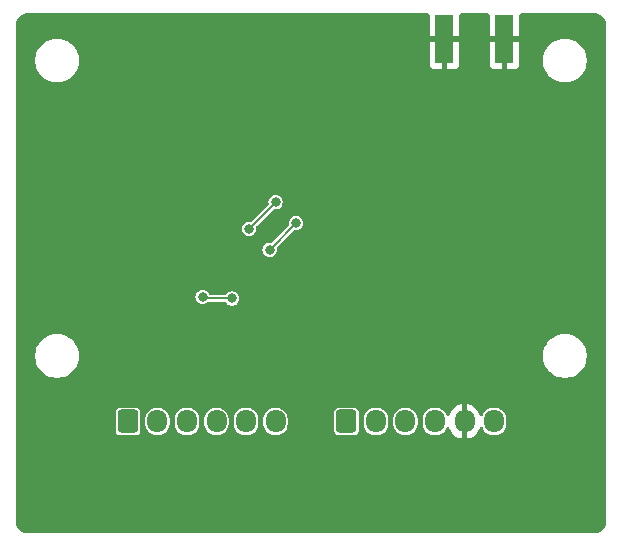
<source format=gbl>
%TF.GenerationSoftware,KiCad,Pcbnew,8.0.8*%
%TF.CreationDate,2025-04-18T09:22:24-04:00*%
%TF.ProjectId,RF4463F30-test-board,52463434-3633-4463-9330-2d746573742d,rev?*%
%TF.SameCoordinates,Original*%
%TF.FileFunction,Copper,L2,Bot*%
%TF.FilePolarity,Positive*%
%FSLAX46Y46*%
G04 Gerber Fmt 4.6, Leading zero omitted, Abs format (unit mm)*
G04 Created by KiCad (PCBNEW 8.0.8) date 2025-04-18 09:22:24*
%MOMM*%
%LPD*%
G01*
G04 APERTURE LIST*
G04 Aperture macros list*
%AMRoundRect*
0 Rectangle with rounded corners*
0 $1 Rounding radius*
0 $2 $3 $4 $5 $6 $7 $8 $9 X,Y pos of 4 corners*
0 Add a 4 corners polygon primitive as box body*
4,1,4,$2,$3,$4,$5,$6,$7,$8,$9,$2,$3,0*
0 Add four circle primitives for the rounded corners*
1,1,$1+$1,$2,$3*
1,1,$1+$1,$4,$5*
1,1,$1+$1,$6,$7*
1,1,$1+$1,$8,$9*
0 Add four rect primitives between the rounded corners*
20,1,$1+$1,$2,$3,$4,$5,0*
20,1,$1+$1,$4,$5,$6,$7,0*
20,1,$1+$1,$6,$7,$8,$9,0*
20,1,$1+$1,$8,$9,$2,$3,0*%
G04 Aperture macros list end*
%TA.AperFunction,ComponentPad*%
%ADD10RoundRect,0.250000X-0.600000X-0.725000X0.600000X-0.725000X0.600000X0.725000X-0.600000X0.725000X0*%
%TD*%
%TA.AperFunction,ComponentPad*%
%ADD11O,1.700000X1.950000*%
%TD*%
%TA.AperFunction,SMDPad,CuDef*%
%ADD12R,1.524000X4.064000*%
%TD*%
%TA.AperFunction,ViaPad*%
%ADD13C,0.800000*%
%TD*%
%TA.AperFunction,Conductor*%
%ADD14C,0.152400*%
%TD*%
G04 APERTURE END LIST*
D10*
%TO.P,J1,1,Pin_1*%
%TO.N,CS*%
X164500000Y-108550000D03*
D11*
%TO.P,J1,2,Pin_2*%
%TO.N,MOSI*%
X167000000Y-108550000D03*
%TO.P,J1,3,Pin_3*%
%TO.N,MISO*%
X169500000Y-108550000D03*
%TO.P,J1,4,Pin_4*%
%TO.N,SCK*%
X172000000Y-108550000D03*
%TO.P,J1,5,Pin_5*%
%TO.N,GND*%
X174500000Y-108550000D03*
%TO.P,J1,6,Pin_6*%
%TO.N,VIN*%
X177000000Y-108550000D03*
%TD*%
D10*
%TO.P,J2,1,Pin_1*%
%TO.N,SDN*%
X146000000Y-108550000D03*
D11*
%TO.P,J2,2,Pin_2*%
%TO.N,unconnected-(J2-Pin_2-Pad2)*%
X148500000Y-108550000D03*
%TO.P,J2,3,Pin_3*%
%TO.N,unconnected-(J2-Pin_3-Pad3)*%
X151000000Y-108550000D03*
%TO.P,J2,4,Pin_4*%
%TO.N,GPIO1*%
X153500000Y-108550000D03*
%TO.P,J2,5,Pin_5*%
%TO.N,GPIO0*%
X156000000Y-108550000D03*
%TO.P,J2,6,Pin_6*%
%TO.N,IRQ*%
X158500000Y-108550000D03*
%TD*%
D12*
%TO.P,ANT1,2,Ext*%
%TO.N,GND*%
X177880000Y-76200000D03*
X172800000Y-76200000D03*
%TD*%
D13*
%TO.N,GND*%
X154000000Y-78500000D03*
X169500000Y-100000000D03*
X160879523Y-78684578D03*
X171000000Y-76500000D03*
X160000000Y-104000000D03*
X145500000Y-100000000D03*
X170000000Y-80200000D03*
X184500000Y-110600000D03*
X179000000Y-102000000D03*
X179500000Y-76500000D03*
%TO.N,GPIO1*%
X156271854Y-92228146D03*
X158500000Y-90000000D03*
%TO.N,GPIO0*%
X158000000Y-94000000D03*
X160228146Y-91771854D03*
%TO.N,SDN*%
X152323800Y-98000000D03*
X154816246Y-98140046D03*
%TD*%
D14*
%TO.N,GPIO1*%
X158500000Y-90000000D02*
X156271854Y-92228146D01*
%TO.N,GPIO0*%
X160228146Y-91771854D02*
X158000000Y-94000000D01*
%TO.N,SDN*%
X152463846Y-98140046D02*
X152323800Y-98000000D01*
X154816246Y-98140046D02*
X152463846Y-98140046D01*
%TD*%
%TA.AperFunction,Conductor*%
%TO.N,GND*%
G36*
X171481039Y-74019685D02*
G01*
X171526794Y-74072489D01*
X171538000Y-74124000D01*
X171538000Y-75950000D01*
X174062000Y-75950000D01*
X174062000Y-74124000D01*
X174081685Y-74056961D01*
X174134489Y-74011206D01*
X174186000Y-74000000D01*
X176494000Y-74000000D01*
X176561039Y-74019685D01*
X176606794Y-74072489D01*
X176618000Y-74124000D01*
X176618000Y-75950000D01*
X179142000Y-75950000D01*
X179142000Y-74124000D01*
X179161685Y-74056961D01*
X179214489Y-74011206D01*
X179266000Y-74000000D01*
X185498473Y-74000000D01*
X185501509Y-74000037D01*
X185507232Y-74000177D01*
X185587583Y-74002145D01*
X185608728Y-74004490D01*
X185779013Y-74038362D01*
X185802261Y-74045413D01*
X185961257Y-74111272D01*
X185982689Y-74122728D01*
X186125775Y-74218335D01*
X186144565Y-74233756D01*
X186266243Y-74355434D01*
X186281664Y-74374224D01*
X186377269Y-74517307D01*
X186388728Y-74538745D01*
X186454583Y-74697731D01*
X186461639Y-74720993D01*
X186495508Y-74891266D01*
X186497854Y-74912419D01*
X186499963Y-74998488D01*
X186500000Y-75001526D01*
X186500000Y-116998473D01*
X186499963Y-117001511D01*
X186497854Y-117087580D01*
X186495508Y-117108733D01*
X186461639Y-117279006D01*
X186454583Y-117302268D01*
X186388728Y-117461254D01*
X186377269Y-117482692D01*
X186281664Y-117625775D01*
X186266243Y-117644565D01*
X186144565Y-117766243D01*
X186125775Y-117781664D01*
X185982692Y-117877269D01*
X185961254Y-117888728D01*
X185802268Y-117954583D01*
X185779006Y-117961639D01*
X185608733Y-117995508D01*
X185587580Y-117997854D01*
X185504250Y-117999895D01*
X185501509Y-117999963D01*
X185498473Y-118000000D01*
X137501527Y-118000000D01*
X137498490Y-117999963D01*
X137412420Y-117997854D01*
X137391266Y-117995508D01*
X137220993Y-117961639D01*
X137197731Y-117954583D01*
X137038745Y-117888728D01*
X137017307Y-117877269D01*
X136874224Y-117781664D01*
X136855434Y-117766243D01*
X136733756Y-117644565D01*
X136718335Y-117625775D01*
X136622730Y-117482692D01*
X136611271Y-117461254D01*
X136545413Y-117302261D01*
X136538362Y-117279013D01*
X136504490Y-117108728D01*
X136502145Y-117087583D01*
X136500037Y-117001509D01*
X136500000Y-116998473D01*
X136500000Y-107770730D01*
X144949500Y-107770730D01*
X144949500Y-109329269D01*
X144952353Y-109359699D01*
X144952353Y-109359701D01*
X144997206Y-109487880D01*
X144997207Y-109487882D01*
X145077850Y-109597150D01*
X145187118Y-109677793D01*
X145208089Y-109685131D01*
X145315299Y-109722646D01*
X145345730Y-109725500D01*
X145345734Y-109725500D01*
X146654270Y-109725500D01*
X146684699Y-109722646D01*
X146684701Y-109722646D01*
X146748790Y-109700219D01*
X146812882Y-109677793D01*
X146922150Y-109597150D01*
X147002793Y-109487882D01*
X147039648Y-109382557D01*
X147047646Y-109359701D01*
X147047646Y-109359699D01*
X147050500Y-109329269D01*
X147050500Y-108321530D01*
X147449500Y-108321530D01*
X147449500Y-108778469D01*
X147489868Y-108981412D01*
X147489870Y-108981420D01*
X147507921Y-109025000D01*
X147569059Y-109172598D01*
X147582836Y-109193217D01*
X147684024Y-109344657D01*
X147830342Y-109490975D01*
X147830345Y-109490977D01*
X148002402Y-109605941D01*
X148193580Y-109685130D01*
X148382187Y-109722646D01*
X148396530Y-109725499D01*
X148396534Y-109725500D01*
X148396535Y-109725500D01*
X148603466Y-109725500D01*
X148603467Y-109725499D01*
X148806420Y-109685130D01*
X148997598Y-109605941D01*
X149169655Y-109490977D01*
X149315977Y-109344655D01*
X149430941Y-109172598D01*
X149510130Y-108981420D01*
X149550500Y-108778465D01*
X149550500Y-108321535D01*
X149550499Y-108321530D01*
X149949500Y-108321530D01*
X149949500Y-108778469D01*
X149989868Y-108981412D01*
X149989870Y-108981420D01*
X150007921Y-109025000D01*
X150069059Y-109172598D01*
X150082836Y-109193217D01*
X150184024Y-109344657D01*
X150330342Y-109490975D01*
X150330345Y-109490977D01*
X150502402Y-109605941D01*
X150693580Y-109685130D01*
X150882187Y-109722646D01*
X150896530Y-109725499D01*
X150896534Y-109725500D01*
X150896535Y-109725500D01*
X151103466Y-109725500D01*
X151103467Y-109725499D01*
X151306420Y-109685130D01*
X151497598Y-109605941D01*
X151669655Y-109490977D01*
X151815977Y-109344655D01*
X151930941Y-109172598D01*
X152010130Y-108981420D01*
X152050500Y-108778465D01*
X152050500Y-108321535D01*
X152050499Y-108321530D01*
X152449500Y-108321530D01*
X152449500Y-108778469D01*
X152489868Y-108981412D01*
X152489870Y-108981420D01*
X152507921Y-109025000D01*
X152569059Y-109172598D01*
X152582836Y-109193217D01*
X152684024Y-109344657D01*
X152830342Y-109490975D01*
X152830345Y-109490977D01*
X153002402Y-109605941D01*
X153193580Y-109685130D01*
X153382187Y-109722646D01*
X153396530Y-109725499D01*
X153396534Y-109725500D01*
X153396535Y-109725500D01*
X153603466Y-109725500D01*
X153603467Y-109725499D01*
X153806420Y-109685130D01*
X153997598Y-109605941D01*
X154169655Y-109490977D01*
X154315977Y-109344655D01*
X154430941Y-109172598D01*
X154510130Y-108981420D01*
X154550500Y-108778465D01*
X154550500Y-108321535D01*
X154550499Y-108321530D01*
X154949500Y-108321530D01*
X154949500Y-108778469D01*
X154989868Y-108981412D01*
X154989870Y-108981420D01*
X155007921Y-109025000D01*
X155069059Y-109172598D01*
X155082836Y-109193217D01*
X155184024Y-109344657D01*
X155330342Y-109490975D01*
X155330345Y-109490977D01*
X155502402Y-109605941D01*
X155693580Y-109685130D01*
X155882187Y-109722646D01*
X155896530Y-109725499D01*
X155896534Y-109725500D01*
X155896535Y-109725500D01*
X156103466Y-109725500D01*
X156103467Y-109725499D01*
X156306420Y-109685130D01*
X156497598Y-109605941D01*
X156669655Y-109490977D01*
X156815977Y-109344655D01*
X156930941Y-109172598D01*
X157010130Y-108981420D01*
X157050500Y-108778465D01*
X157050500Y-108321535D01*
X157050499Y-108321530D01*
X157449500Y-108321530D01*
X157449500Y-108778469D01*
X157489868Y-108981412D01*
X157489870Y-108981420D01*
X157507921Y-109025000D01*
X157569059Y-109172598D01*
X157582836Y-109193217D01*
X157684024Y-109344657D01*
X157830342Y-109490975D01*
X157830345Y-109490977D01*
X158002402Y-109605941D01*
X158193580Y-109685130D01*
X158382187Y-109722646D01*
X158396530Y-109725499D01*
X158396534Y-109725500D01*
X158396535Y-109725500D01*
X158603466Y-109725500D01*
X158603467Y-109725499D01*
X158806420Y-109685130D01*
X158997598Y-109605941D01*
X159169655Y-109490977D01*
X159315977Y-109344655D01*
X159430941Y-109172598D01*
X159510130Y-108981420D01*
X159550500Y-108778465D01*
X159550500Y-108321535D01*
X159510130Y-108118580D01*
X159430941Y-107927402D01*
X159326257Y-107770730D01*
X163449500Y-107770730D01*
X163449500Y-109329269D01*
X163452353Y-109359699D01*
X163452353Y-109359701D01*
X163497206Y-109487880D01*
X163497207Y-109487882D01*
X163577850Y-109597150D01*
X163687118Y-109677793D01*
X163708089Y-109685131D01*
X163815299Y-109722646D01*
X163845730Y-109725500D01*
X163845734Y-109725500D01*
X165154270Y-109725500D01*
X165184699Y-109722646D01*
X165184701Y-109722646D01*
X165248790Y-109700219D01*
X165312882Y-109677793D01*
X165422150Y-109597150D01*
X165502793Y-109487882D01*
X165539648Y-109382557D01*
X165547646Y-109359701D01*
X165547646Y-109359699D01*
X165550500Y-109329269D01*
X165550500Y-108321530D01*
X165949500Y-108321530D01*
X165949500Y-108778469D01*
X165989868Y-108981412D01*
X165989870Y-108981420D01*
X166007921Y-109025000D01*
X166069059Y-109172598D01*
X166082836Y-109193217D01*
X166184024Y-109344657D01*
X166330342Y-109490975D01*
X166330345Y-109490977D01*
X166502402Y-109605941D01*
X166693580Y-109685130D01*
X166882187Y-109722646D01*
X166896530Y-109725499D01*
X166896534Y-109725500D01*
X166896535Y-109725500D01*
X167103466Y-109725500D01*
X167103467Y-109725499D01*
X167306420Y-109685130D01*
X167497598Y-109605941D01*
X167669655Y-109490977D01*
X167815977Y-109344655D01*
X167930941Y-109172598D01*
X168010130Y-108981420D01*
X168050500Y-108778465D01*
X168050500Y-108321535D01*
X168050499Y-108321530D01*
X168449500Y-108321530D01*
X168449500Y-108778469D01*
X168489868Y-108981412D01*
X168489870Y-108981420D01*
X168507921Y-109025000D01*
X168569059Y-109172598D01*
X168582836Y-109193217D01*
X168684024Y-109344657D01*
X168830342Y-109490975D01*
X168830345Y-109490977D01*
X169002402Y-109605941D01*
X169193580Y-109685130D01*
X169382187Y-109722646D01*
X169396530Y-109725499D01*
X169396534Y-109725500D01*
X169396535Y-109725500D01*
X169603466Y-109725500D01*
X169603467Y-109725499D01*
X169806420Y-109685130D01*
X169997598Y-109605941D01*
X170169655Y-109490977D01*
X170315977Y-109344655D01*
X170430941Y-109172598D01*
X170510130Y-108981420D01*
X170550500Y-108778465D01*
X170550500Y-108321535D01*
X170550499Y-108321530D01*
X170949500Y-108321530D01*
X170949500Y-108778469D01*
X170989868Y-108981412D01*
X170989870Y-108981420D01*
X171007921Y-109025000D01*
X171069059Y-109172598D01*
X171082836Y-109193217D01*
X171184024Y-109344657D01*
X171330342Y-109490975D01*
X171330345Y-109490977D01*
X171502402Y-109605941D01*
X171693580Y-109685130D01*
X171882187Y-109722646D01*
X171896530Y-109725499D01*
X171896534Y-109725500D01*
X171896535Y-109725500D01*
X172103466Y-109725500D01*
X172103467Y-109725499D01*
X172306420Y-109685130D01*
X172497598Y-109605941D01*
X172669655Y-109490977D01*
X172815977Y-109344655D01*
X172930941Y-109172598D01*
X172976748Y-109062009D01*
X173020589Y-109007606D01*
X173086883Y-108985541D01*
X173154582Y-109002820D01*
X173202193Y-109053957D01*
X173209240Y-109071144D01*
X173248904Y-109193216D01*
X173345379Y-109382557D01*
X173470272Y-109554459D01*
X173470276Y-109554464D01*
X173620535Y-109704723D01*
X173620540Y-109704727D01*
X173792442Y-109829620D01*
X173981782Y-109926095D01*
X174183871Y-109991757D01*
X174250000Y-110002231D01*
X174250000Y-108954145D01*
X174316657Y-108992630D01*
X174437465Y-109025000D01*
X174562535Y-109025000D01*
X174683343Y-108992630D01*
X174750000Y-108954145D01*
X174750000Y-110002230D01*
X174816126Y-109991757D01*
X174816129Y-109991757D01*
X175018217Y-109926095D01*
X175207557Y-109829620D01*
X175379459Y-109704727D01*
X175379464Y-109704723D01*
X175529723Y-109554464D01*
X175529727Y-109554459D01*
X175654620Y-109382557D01*
X175751095Y-109193217D01*
X175790759Y-109071144D01*
X175830196Y-109013469D01*
X175894555Y-108986270D01*
X175963401Y-108998184D01*
X176014877Y-109045428D01*
X176023251Y-109062009D01*
X176069057Y-109172596D01*
X176184024Y-109344657D01*
X176330342Y-109490975D01*
X176330345Y-109490977D01*
X176502402Y-109605941D01*
X176693580Y-109685130D01*
X176882187Y-109722646D01*
X176896530Y-109725499D01*
X176896534Y-109725500D01*
X176896535Y-109725500D01*
X177103466Y-109725500D01*
X177103467Y-109725499D01*
X177306420Y-109685130D01*
X177497598Y-109605941D01*
X177669655Y-109490977D01*
X177815977Y-109344655D01*
X177930941Y-109172598D01*
X178010130Y-108981420D01*
X178050500Y-108778465D01*
X178050500Y-108321535D01*
X178010130Y-108118580D01*
X177930941Y-107927402D01*
X177815977Y-107755345D01*
X177815975Y-107755342D01*
X177669657Y-107609024D01*
X177574638Y-107545535D01*
X177497598Y-107494059D01*
X177306420Y-107414870D01*
X177306412Y-107414868D01*
X177103469Y-107374500D01*
X177103465Y-107374500D01*
X176896535Y-107374500D01*
X176896530Y-107374500D01*
X176693587Y-107414868D01*
X176693579Y-107414870D01*
X176502403Y-107494058D01*
X176330342Y-107609024D01*
X176184024Y-107755342D01*
X176069057Y-107927404D01*
X176023251Y-108037990D01*
X175979409Y-108092394D01*
X175913115Y-108114458D01*
X175845416Y-108097178D01*
X175797806Y-108046041D01*
X175790759Y-108028855D01*
X175751095Y-107906782D01*
X175654620Y-107717442D01*
X175529727Y-107545540D01*
X175529723Y-107545535D01*
X175379464Y-107395276D01*
X175379459Y-107395272D01*
X175207557Y-107270379D01*
X175018215Y-107173903D01*
X174816124Y-107108241D01*
X174750000Y-107097768D01*
X174750000Y-108145854D01*
X174683343Y-108107370D01*
X174562535Y-108075000D01*
X174437465Y-108075000D01*
X174316657Y-108107370D01*
X174250000Y-108145854D01*
X174250000Y-107097768D01*
X174249999Y-107097768D01*
X174183875Y-107108241D01*
X173981784Y-107173903D01*
X173792442Y-107270379D01*
X173620540Y-107395272D01*
X173620535Y-107395276D01*
X173470276Y-107545535D01*
X173470272Y-107545540D01*
X173345379Y-107717442D01*
X173248905Y-107906781D01*
X173209240Y-108028856D01*
X173169802Y-108086531D01*
X173105443Y-108113729D01*
X173036597Y-108101814D01*
X172985121Y-108054570D01*
X172976748Y-108037990D01*
X172972964Y-108028855D01*
X172930941Y-107927402D01*
X172815977Y-107755345D01*
X172815975Y-107755342D01*
X172669657Y-107609024D01*
X172574638Y-107545535D01*
X172497598Y-107494059D01*
X172306420Y-107414870D01*
X172306412Y-107414868D01*
X172103469Y-107374500D01*
X172103465Y-107374500D01*
X171896535Y-107374500D01*
X171896530Y-107374500D01*
X171693587Y-107414868D01*
X171693579Y-107414870D01*
X171502403Y-107494058D01*
X171330342Y-107609024D01*
X171184024Y-107755342D01*
X171069058Y-107927403D01*
X170989870Y-108118579D01*
X170989868Y-108118587D01*
X170949500Y-108321530D01*
X170550499Y-108321530D01*
X170510130Y-108118580D01*
X170430941Y-107927402D01*
X170315977Y-107755345D01*
X170315975Y-107755342D01*
X170169657Y-107609024D01*
X170074638Y-107545535D01*
X169997598Y-107494059D01*
X169806420Y-107414870D01*
X169806412Y-107414868D01*
X169603469Y-107374500D01*
X169603465Y-107374500D01*
X169396535Y-107374500D01*
X169396530Y-107374500D01*
X169193587Y-107414868D01*
X169193579Y-107414870D01*
X169002403Y-107494058D01*
X168830342Y-107609024D01*
X168684024Y-107755342D01*
X168569058Y-107927403D01*
X168489870Y-108118579D01*
X168489868Y-108118587D01*
X168449500Y-108321530D01*
X168050499Y-108321530D01*
X168010130Y-108118580D01*
X167930941Y-107927402D01*
X167815977Y-107755345D01*
X167815975Y-107755342D01*
X167669657Y-107609024D01*
X167574638Y-107545535D01*
X167497598Y-107494059D01*
X167306420Y-107414870D01*
X167306412Y-107414868D01*
X167103469Y-107374500D01*
X167103465Y-107374500D01*
X166896535Y-107374500D01*
X166896530Y-107374500D01*
X166693587Y-107414868D01*
X166693579Y-107414870D01*
X166502403Y-107494058D01*
X166330342Y-107609024D01*
X166184024Y-107755342D01*
X166069058Y-107927403D01*
X165989870Y-108118579D01*
X165989868Y-108118587D01*
X165949500Y-108321530D01*
X165550500Y-108321530D01*
X165550500Y-107770730D01*
X165547646Y-107740300D01*
X165547646Y-107740298D01*
X165502793Y-107612119D01*
X165502792Y-107612117D01*
X165422150Y-107502850D01*
X165312882Y-107422207D01*
X165312880Y-107422206D01*
X165184700Y-107377353D01*
X165154270Y-107374500D01*
X165154266Y-107374500D01*
X163845734Y-107374500D01*
X163845730Y-107374500D01*
X163815300Y-107377353D01*
X163815298Y-107377353D01*
X163687119Y-107422206D01*
X163687117Y-107422207D01*
X163577850Y-107502850D01*
X163497207Y-107612117D01*
X163497206Y-107612119D01*
X163452353Y-107740298D01*
X163452353Y-107740300D01*
X163449500Y-107770730D01*
X159326257Y-107770730D01*
X159315977Y-107755345D01*
X159315975Y-107755342D01*
X159169657Y-107609024D01*
X159074638Y-107545535D01*
X158997598Y-107494059D01*
X158806420Y-107414870D01*
X158806412Y-107414868D01*
X158603469Y-107374500D01*
X158603465Y-107374500D01*
X158396535Y-107374500D01*
X158396530Y-107374500D01*
X158193587Y-107414868D01*
X158193579Y-107414870D01*
X158002403Y-107494058D01*
X157830342Y-107609024D01*
X157684024Y-107755342D01*
X157569058Y-107927403D01*
X157489870Y-108118579D01*
X157489868Y-108118587D01*
X157449500Y-108321530D01*
X157050499Y-108321530D01*
X157010130Y-108118580D01*
X156930941Y-107927402D01*
X156815977Y-107755345D01*
X156815975Y-107755342D01*
X156669657Y-107609024D01*
X156574638Y-107545535D01*
X156497598Y-107494059D01*
X156306420Y-107414870D01*
X156306412Y-107414868D01*
X156103469Y-107374500D01*
X156103465Y-107374500D01*
X155896535Y-107374500D01*
X155896530Y-107374500D01*
X155693587Y-107414868D01*
X155693579Y-107414870D01*
X155502403Y-107494058D01*
X155330342Y-107609024D01*
X155184024Y-107755342D01*
X155069058Y-107927403D01*
X154989870Y-108118579D01*
X154989868Y-108118587D01*
X154949500Y-108321530D01*
X154550499Y-108321530D01*
X154510130Y-108118580D01*
X154430941Y-107927402D01*
X154315977Y-107755345D01*
X154315975Y-107755342D01*
X154169657Y-107609024D01*
X154074638Y-107545535D01*
X153997598Y-107494059D01*
X153806420Y-107414870D01*
X153806412Y-107414868D01*
X153603469Y-107374500D01*
X153603465Y-107374500D01*
X153396535Y-107374500D01*
X153396530Y-107374500D01*
X153193587Y-107414868D01*
X153193579Y-107414870D01*
X153002403Y-107494058D01*
X152830342Y-107609024D01*
X152684024Y-107755342D01*
X152569058Y-107927403D01*
X152489870Y-108118579D01*
X152489868Y-108118587D01*
X152449500Y-108321530D01*
X152050499Y-108321530D01*
X152010130Y-108118580D01*
X151930941Y-107927402D01*
X151815977Y-107755345D01*
X151815975Y-107755342D01*
X151669657Y-107609024D01*
X151574638Y-107545535D01*
X151497598Y-107494059D01*
X151306420Y-107414870D01*
X151306412Y-107414868D01*
X151103469Y-107374500D01*
X151103465Y-107374500D01*
X150896535Y-107374500D01*
X150896530Y-107374500D01*
X150693587Y-107414868D01*
X150693579Y-107414870D01*
X150502403Y-107494058D01*
X150330342Y-107609024D01*
X150184024Y-107755342D01*
X150069058Y-107927403D01*
X149989870Y-108118579D01*
X149989868Y-108118587D01*
X149949500Y-108321530D01*
X149550499Y-108321530D01*
X149510130Y-108118580D01*
X149430941Y-107927402D01*
X149315977Y-107755345D01*
X149315975Y-107755342D01*
X149169657Y-107609024D01*
X149074638Y-107545535D01*
X148997598Y-107494059D01*
X148806420Y-107414870D01*
X148806412Y-107414868D01*
X148603469Y-107374500D01*
X148603465Y-107374500D01*
X148396535Y-107374500D01*
X148396530Y-107374500D01*
X148193587Y-107414868D01*
X148193579Y-107414870D01*
X148002403Y-107494058D01*
X147830342Y-107609024D01*
X147684024Y-107755342D01*
X147569058Y-107927403D01*
X147489870Y-108118579D01*
X147489868Y-108118587D01*
X147449500Y-108321530D01*
X147050500Y-108321530D01*
X147050500Y-107770730D01*
X147047646Y-107740300D01*
X147047646Y-107740298D01*
X147002793Y-107612119D01*
X147002792Y-107612117D01*
X146922150Y-107502850D01*
X146812882Y-107422207D01*
X146812880Y-107422206D01*
X146684700Y-107377353D01*
X146654270Y-107374500D01*
X146654266Y-107374500D01*
X145345734Y-107374500D01*
X145345730Y-107374500D01*
X145315300Y-107377353D01*
X145315298Y-107377353D01*
X145187119Y-107422206D01*
X145187117Y-107422207D01*
X145077850Y-107502850D01*
X144997207Y-107612117D01*
X144997206Y-107612119D01*
X144952353Y-107740298D01*
X144952353Y-107740300D01*
X144949500Y-107770730D01*
X136500000Y-107770730D01*
X136500000Y-102878711D01*
X138149500Y-102878711D01*
X138149500Y-103121288D01*
X138181161Y-103361785D01*
X138243947Y-103596104D01*
X138336773Y-103820205D01*
X138336776Y-103820212D01*
X138458064Y-104030289D01*
X138458066Y-104030292D01*
X138458067Y-104030293D01*
X138605733Y-104222736D01*
X138605739Y-104222743D01*
X138777256Y-104394260D01*
X138777262Y-104394265D01*
X138969711Y-104541936D01*
X139179788Y-104663224D01*
X139403900Y-104756054D01*
X139638211Y-104818838D01*
X139818586Y-104842584D01*
X139878711Y-104850500D01*
X139878712Y-104850500D01*
X140121289Y-104850500D01*
X140169388Y-104844167D01*
X140361789Y-104818838D01*
X140596100Y-104756054D01*
X140820212Y-104663224D01*
X141030289Y-104541936D01*
X141222738Y-104394265D01*
X141394265Y-104222738D01*
X141541936Y-104030289D01*
X141663224Y-103820212D01*
X141756054Y-103596100D01*
X141818838Y-103361789D01*
X141850500Y-103121288D01*
X141850500Y-102878712D01*
X141850500Y-102878711D01*
X181149500Y-102878711D01*
X181149500Y-103121288D01*
X181181161Y-103361785D01*
X181243947Y-103596104D01*
X181336773Y-103820205D01*
X181336776Y-103820212D01*
X181458064Y-104030289D01*
X181458066Y-104030292D01*
X181458067Y-104030293D01*
X181605733Y-104222736D01*
X181605739Y-104222743D01*
X181777256Y-104394260D01*
X181777262Y-104394265D01*
X181969711Y-104541936D01*
X182179788Y-104663224D01*
X182403900Y-104756054D01*
X182638211Y-104818838D01*
X182818586Y-104842584D01*
X182878711Y-104850500D01*
X182878712Y-104850500D01*
X183121289Y-104850500D01*
X183169388Y-104844167D01*
X183361789Y-104818838D01*
X183596100Y-104756054D01*
X183820212Y-104663224D01*
X184030289Y-104541936D01*
X184222738Y-104394265D01*
X184394265Y-104222738D01*
X184541936Y-104030289D01*
X184663224Y-103820212D01*
X184756054Y-103596100D01*
X184818838Y-103361789D01*
X184850500Y-103121288D01*
X184850500Y-102878712D01*
X184818838Y-102638211D01*
X184756054Y-102403900D01*
X184663224Y-102179788D01*
X184541936Y-101969711D01*
X184394265Y-101777262D01*
X184394260Y-101777256D01*
X184222743Y-101605739D01*
X184222736Y-101605733D01*
X184030293Y-101458067D01*
X184030292Y-101458066D01*
X184030289Y-101458064D01*
X183820212Y-101336776D01*
X183820205Y-101336773D01*
X183596104Y-101243947D01*
X183361785Y-101181161D01*
X183121289Y-101149500D01*
X183121288Y-101149500D01*
X182878712Y-101149500D01*
X182878711Y-101149500D01*
X182638214Y-101181161D01*
X182403895Y-101243947D01*
X182179794Y-101336773D01*
X182179785Y-101336777D01*
X181969706Y-101458067D01*
X181777263Y-101605733D01*
X181777256Y-101605739D01*
X181605739Y-101777256D01*
X181605733Y-101777263D01*
X181458067Y-101969706D01*
X181336777Y-102179785D01*
X181336773Y-102179794D01*
X181243947Y-102403895D01*
X181181161Y-102638214D01*
X181149500Y-102878711D01*
X141850500Y-102878711D01*
X141818838Y-102638211D01*
X141756054Y-102403900D01*
X141663224Y-102179788D01*
X141541936Y-101969711D01*
X141394265Y-101777262D01*
X141394260Y-101777256D01*
X141222743Y-101605739D01*
X141222736Y-101605733D01*
X141030293Y-101458067D01*
X141030292Y-101458066D01*
X141030289Y-101458064D01*
X140820212Y-101336776D01*
X140820205Y-101336773D01*
X140596104Y-101243947D01*
X140361785Y-101181161D01*
X140121289Y-101149500D01*
X140121288Y-101149500D01*
X139878712Y-101149500D01*
X139878711Y-101149500D01*
X139638214Y-101181161D01*
X139403895Y-101243947D01*
X139179794Y-101336773D01*
X139179785Y-101336777D01*
X138969706Y-101458067D01*
X138777263Y-101605733D01*
X138777256Y-101605739D01*
X138605739Y-101777256D01*
X138605733Y-101777263D01*
X138458067Y-101969706D01*
X138336777Y-102179785D01*
X138336773Y-102179794D01*
X138243947Y-102403895D01*
X138181161Y-102638214D01*
X138149500Y-102878711D01*
X136500000Y-102878711D01*
X136500000Y-97999998D01*
X151718118Y-97999998D01*
X151718118Y-98000001D01*
X151738755Y-98156760D01*
X151738756Y-98156762D01*
X151799264Y-98302841D01*
X151895518Y-98428282D01*
X152020959Y-98524536D01*
X152167038Y-98585044D01*
X152245419Y-98595363D01*
X152323799Y-98605682D01*
X152323800Y-98605682D01*
X152323801Y-98605682D01*
X152376054Y-98598802D01*
X152480562Y-98585044D01*
X152626641Y-98524536D01*
X152733722Y-98442369D01*
X152798891Y-98417176D01*
X152809208Y-98416746D01*
X154210502Y-98416746D01*
X154277541Y-98436431D01*
X154308875Y-98465257D01*
X154387964Y-98568328D01*
X154513405Y-98664582D01*
X154659484Y-98725090D01*
X154737865Y-98735409D01*
X154816245Y-98745728D01*
X154816246Y-98745728D01*
X154816247Y-98745728D01*
X154868500Y-98738848D01*
X154973008Y-98725090D01*
X155119087Y-98664582D01*
X155244528Y-98568328D01*
X155340782Y-98442887D01*
X155401290Y-98296808D01*
X155421928Y-98140046D01*
X155401290Y-97983284D01*
X155340782Y-97837205D01*
X155244528Y-97711764D01*
X155119087Y-97615510D01*
X154973008Y-97555002D01*
X154973006Y-97555001D01*
X154816247Y-97534364D01*
X154816245Y-97534364D01*
X154659485Y-97555001D01*
X154659483Y-97555002D01*
X154513406Y-97615509D01*
X154387962Y-97711765D01*
X154335919Y-97779589D01*
X154308876Y-97814833D01*
X154252450Y-97856035D01*
X154210502Y-97863346D01*
X153000027Y-97863346D01*
X152932988Y-97843661D01*
X152887233Y-97790857D01*
X152885466Y-97786799D01*
X152854386Y-97711765D01*
X152848336Y-97697159D01*
X152752082Y-97571718D01*
X152626641Y-97475464D01*
X152480562Y-97414956D01*
X152480560Y-97414955D01*
X152323801Y-97394318D01*
X152323799Y-97394318D01*
X152167039Y-97414955D01*
X152167037Y-97414956D01*
X152020960Y-97475463D01*
X151895518Y-97571718D01*
X151799263Y-97697160D01*
X151738756Y-97843237D01*
X151738755Y-97843239D01*
X151718118Y-97999998D01*
X136500000Y-97999998D01*
X136500000Y-93999998D01*
X157394318Y-93999998D01*
X157394318Y-94000001D01*
X157414955Y-94156760D01*
X157414956Y-94156762D01*
X157475464Y-94302841D01*
X157571718Y-94428282D01*
X157697159Y-94524536D01*
X157843238Y-94585044D01*
X157921619Y-94595363D01*
X157999999Y-94605682D01*
X158000000Y-94605682D01*
X158000001Y-94605682D01*
X158052254Y-94598802D01*
X158156762Y-94585044D01*
X158302841Y-94524536D01*
X158428282Y-94428282D01*
X158524536Y-94302841D01*
X158585044Y-94156762D01*
X158605682Y-94000000D01*
X158588724Y-93871193D01*
X158599489Y-93802160D01*
X158623979Y-93767332D01*
X159995477Y-92395834D01*
X160056798Y-92362351D01*
X160099337Y-92360578D01*
X160228146Y-92377536D01*
X160228147Y-92377536D01*
X160280400Y-92370656D01*
X160384908Y-92356898D01*
X160530987Y-92296390D01*
X160656428Y-92200136D01*
X160752682Y-92074695D01*
X160813190Y-91928616D01*
X160833828Y-91771854D01*
X160824843Y-91703609D01*
X160816393Y-91639421D01*
X160813190Y-91615092D01*
X160752682Y-91469013D01*
X160656428Y-91343572D01*
X160530987Y-91247318D01*
X160384908Y-91186810D01*
X160384906Y-91186809D01*
X160228147Y-91166172D01*
X160228145Y-91166172D01*
X160071385Y-91186809D01*
X160071383Y-91186810D01*
X159925306Y-91247317D01*
X159799864Y-91343572D01*
X159703609Y-91469014D01*
X159643102Y-91615091D01*
X159643101Y-91615093D01*
X159622464Y-91771852D01*
X159622464Y-91771855D01*
X159639421Y-91900656D01*
X159628655Y-91969691D01*
X159604163Y-92004522D01*
X158232668Y-93376017D01*
X158171345Y-93409502D01*
X158128802Y-93411275D01*
X158000001Y-93394318D01*
X157999999Y-93394318D01*
X157843239Y-93414955D01*
X157843237Y-93414956D01*
X157697160Y-93475463D01*
X157571718Y-93571718D01*
X157475463Y-93697160D01*
X157414956Y-93843237D01*
X157414955Y-93843239D01*
X157394318Y-93999998D01*
X136500000Y-93999998D01*
X136500000Y-92228144D01*
X155666172Y-92228144D01*
X155666172Y-92228147D01*
X155686809Y-92384906D01*
X155686810Y-92384908D01*
X155747318Y-92530987D01*
X155843572Y-92656428D01*
X155969013Y-92752682D01*
X156115092Y-92813190D01*
X156193473Y-92823509D01*
X156271853Y-92833828D01*
X156271854Y-92833828D01*
X156271855Y-92833828D01*
X156324108Y-92826948D01*
X156428616Y-92813190D01*
X156574695Y-92752682D01*
X156700136Y-92656428D01*
X156796390Y-92530987D01*
X156856898Y-92384908D01*
X156877536Y-92228146D01*
X156860578Y-92099339D01*
X156871343Y-92030306D01*
X156895833Y-91995478D01*
X158267331Y-90623980D01*
X158328652Y-90590497D01*
X158371191Y-90588724D01*
X158500000Y-90605682D01*
X158500001Y-90605682D01*
X158552254Y-90598802D01*
X158656762Y-90585044D01*
X158802841Y-90524536D01*
X158928282Y-90428282D01*
X159024536Y-90302841D01*
X159085044Y-90156762D01*
X159105682Y-90000000D01*
X159085044Y-89843238D01*
X159024536Y-89697159D01*
X158928282Y-89571718D01*
X158802841Y-89475464D01*
X158656762Y-89414956D01*
X158656760Y-89414955D01*
X158500001Y-89394318D01*
X158499999Y-89394318D01*
X158343239Y-89414955D01*
X158343237Y-89414956D01*
X158197160Y-89475463D01*
X158071718Y-89571718D01*
X157975463Y-89697160D01*
X157914956Y-89843237D01*
X157914955Y-89843239D01*
X157894318Y-89999998D01*
X157894318Y-90000001D01*
X157911275Y-90128802D01*
X157900509Y-90197837D01*
X157876017Y-90232668D01*
X156504522Y-91604163D01*
X156443199Y-91637648D01*
X156400656Y-91639421D01*
X156271855Y-91622464D01*
X156271853Y-91622464D01*
X156115093Y-91643101D01*
X156115091Y-91643102D01*
X155969014Y-91703609D01*
X155843572Y-91799864D01*
X155747317Y-91925306D01*
X155686810Y-92071383D01*
X155686809Y-92071385D01*
X155666172Y-92228144D01*
X136500000Y-92228144D01*
X136500000Y-77878711D01*
X138149500Y-77878711D01*
X138149500Y-78121288D01*
X138181161Y-78361785D01*
X138243947Y-78596104D01*
X138300237Y-78731999D01*
X138336776Y-78820212D01*
X138458064Y-79030289D01*
X138458066Y-79030292D01*
X138458067Y-79030293D01*
X138605733Y-79222736D01*
X138605739Y-79222743D01*
X138777256Y-79394260D01*
X138777262Y-79394265D01*
X138969711Y-79541936D01*
X139179788Y-79663224D01*
X139403900Y-79756054D01*
X139638211Y-79818838D01*
X139818586Y-79842584D01*
X139878711Y-79850500D01*
X139878712Y-79850500D01*
X140121289Y-79850500D01*
X140169388Y-79844167D01*
X140361789Y-79818838D01*
X140596100Y-79756054D01*
X140820212Y-79663224D01*
X141030289Y-79541936D01*
X141222738Y-79394265D01*
X141394265Y-79222738D01*
X141541936Y-79030289D01*
X141663224Y-78820212D01*
X141756054Y-78596100D01*
X141818838Y-78361789D01*
X141829626Y-78279844D01*
X171538000Y-78279844D01*
X171544401Y-78339372D01*
X171544403Y-78339379D01*
X171594645Y-78474086D01*
X171594649Y-78474093D01*
X171680809Y-78589187D01*
X171680812Y-78589190D01*
X171795906Y-78675350D01*
X171795913Y-78675354D01*
X171930620Y-78725596D01*
X171930627Y-78725598D01*
X171990155Y-78731999D01*
X171990172Y-78732000D01*
X172550000Y-78732000D01*
X173050000Y-78732000D01*
X173609828Y-78732000D01*
X173609844Y-78731999D01*
X173669372Y-78725598D01*
X173669379Y-78725596D01*
X173804086Y-78675354D01*
X173804093Y-78675350D01*
X173919187Y-78589190D01*
X173919190Y-78589187D01*
X174005350Y-78474093D01*
X174005354Y-78474086D01*
X174055596Y-78339379D01*
X174055598Y-78339372D01*
X174061999Y-78279844D01*
X176618000Y-78279844D01*
X176624401Y-78339372D01*
X176624403Y-78339379D01*
X176674645Y-78474086D01*
X176674649Y-78474093D01*
X176760809Y-78589187D01*
X176760812Y-78589190D01*
X176875906Y-78675350D01*
X176875913Y-78675354D01*
X177010620Y-78725596D01*
X177010627Y-78725598D01*
X177070155Y-78731999D01*
X177070172Y-78732000D01*
X177630000Y-78732000D01*
X178130000Y-78732000D01*
X178689828Y-78732000D01*
X178689844Y-78731999D01*
X178749372Y-78725598D01*
X178749379Y-78725596D01*
X178884086Y-78675354D01*
X178884093Y-78675350D01*
X178999187Y-78589190D01*
X178999190Y-78589187D01*
X179085350Y-78474093D01*
X179085354Y-78474086D01*
X179135596Y-78339379D01*
X179135598Y-78339372D01*
X179141999Y-78279844D01*
X179142000Y-78279827D01*
X179142000Y-77878711D01*
X181149500Y-77878711D01*
X181149500Y-78121288D01*
X181181161Y-78361785D01*
X181243947Y-78596104D01*
X181300237Y-78731999D01*
X181336776Y-78820212D01*
X181458064Y-79030289D01*
X181458066Y-79030292D01*
X181458067Y-79030293D01*
X181605733Y-79222736D01*
X181605739Y-79222743D01*
X181777256Y-79394260D01*
X181777262Y-79394265D01*
X181969711Y-79541936D01*
X182179788Y-79663224D01*
X182403900Y-79756054D01*
X182638211Y-79818838D01*
X182818586Y-79842584D01*
X182878711Y-79850500D01*
X182878712Y-79850500D01*
X183121289Y-79850500D01*
X183169388Y-79844167D01*
X183361789Y-79818838D01*
X183596100Y-79756054D01*
X183820212Y-79663224D01*
X184030289Y-79541936D01*
X184222738Y-79394265D01*
X184394265Y-79222738D01*
X184541936Y-79030289D01*
X184663224Y-78820212D01*
X184756054Y-78596100D01*
X184818838Y-78361789D01*
X184850500Y-78121288D01*
X184850500Y-77878712D01*
X184818838Y-77638211D01*
X184756054Y-77403900D01*
X184663224Y-77179788D01*
X184541936Y-76969711D01*
X184394265Y-76777262D01*
X184394260Y-76777256D01*
X184222743Y-76605739D01*
X184222736Y-76605733D01*
X184030293Y-76458067D01*
X184030292Y-76458066D01*
X184030289Y-76458064D01*
X183820212Y-76336776D01*
X183820205Y-76336773D01*
X183596104Y-76243947D01*
X183361785Y-76181161D01*
X183121289Y-76149500D01*
X183121288Y-76149500D01*
X182878712Y-76149500D01*
X182878711Y-76149500D01*
X182638214Y-76181161D01*
X182403895Y-76243947D01*
X182179794Y-76336773D01*
X182179785Y-76336777D01*
X181969706Y-76458067D01*
X181777263Y-76605733D01*
X181777256Y-76605739D01*
X181605739Y-76777256D01*
X181605733Y-76777263D01*
X181458067Y-76969706D01*
X181336777Y-77179785D01*
X181336773Y-77179794D01*
X181243947Y-77403895D01*
X181181161Y-77638214D01*
X181149500Y-77878711D01*
X179142000Y-77878711D01*
X179142000Y-76450000D01*
X178130000Y-76450000D01*
X178130000Y-78732000D01*
X177630000Y-78732000D01*
X177630000Y-76450000D01*
X176618000Y-76450000D01*
X176618000Y-78279844D01*
X174061999Y-78279844D01*
X174062000Y-78279827D01*
X174062000Y-76450000D01*
X173050000Y-76450000D01*
X173050000Y-78732000D01*
X172550000Y-78732000D01*
X172550000Y-76450000D01*
X171538000Y-76450000D01*
X171538000Y-78279844D01*
X141829626Y-78279844D01*
X141850500Y-78121288D01*
X141850500Y-77878712D01*
X141818838Y-77638211D01*
X141756054Y-77403900D01*
X141663224Y-77179788D01*
X141541936Y-76969711D01*
X141394265Y-76777262D01*
X141394260Y-76777256D01*
X141222743Y-76605739D01*
X141222736Y-76605733D01*
X141030293Y-76458067D01*
X141030292Y-76458066D01*
X141030289Y-76458064D01*
X140820212Y-76336776D01*
X140820205Y-76336773D01*
X140596104Y-76243947D01*
X140361785Y-76181161D01*
X140121289Y-76149500D01*
X140121288Y-76149500D01*
X139878712Y-76149500D01*
X139878711Y-76149500D01*
X139638214Y-76181161D01*
X139403895Y-76243947D01*
X139179794Y-76336773D01*
X139179785Y-76336777D01*
X138969706Y-76458067D01*
X138777263Y-76605733D01*
X138777256Y-76605739D01*
X138605739Y-76777256D01*
X138605733Y-76777263D01*
X138458067Y-76969706D01*
X138336777Y-77179785D01*
X138336773Y-77179794D01*
X138243947Y-77403895D01*
X138181161Y-77638214D01*
X138149500Y-77878711D01*
X136500000Y-77878711D01*
X136500000Y-75001526D01*
X136500037Y-74998490D01*
X136502145Y-74912421D01*
X136502146Y-74912419D01*
X136502145Y-74912415D01*
X136504490Y-74891272D01*
X136538362Y-74720983D01*
X136545412Y-74697741D01*
X136611274Y-74538738D01*
X136622726Y-74517314D01*
X136718338Y-74374219D01*
X136733751Y-74355439D01*
X136855439Y-74233751D01*
X136874219Y-74218338D01*
X137017314Y-74122726D01*
X137038738Y-74111274D01*
X137197741Y-74045412D01*
X137220983Y-74038362D01*
X137391272Y-74004490D01*
X137412415Y-74002145D01*
X137493037Y-74000170D01*
X137498491Y-74000037D01*
X137501527Y-74000000D01*
X171414000Y-74000000D01*
X171481039Y-74019685D01*
G37*
%TD.AperFunction*%
%TD*%
M02*

</source>
